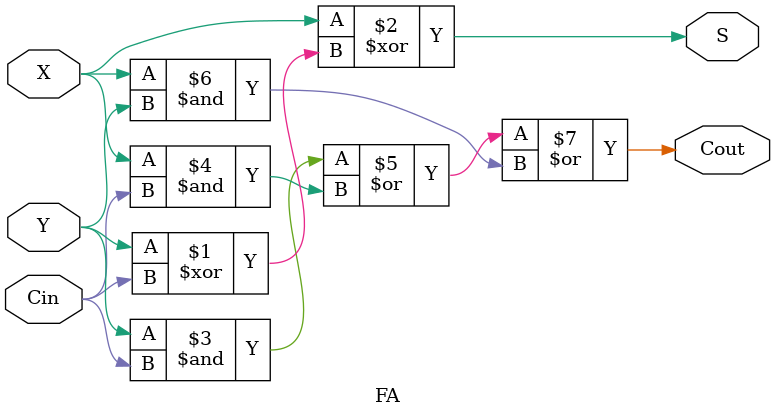
<source format=v>
module FA (Cin,X,Y,S,Cout);
input Cin,X,Y;
output Cout,S;
assign S = X ^ (Y ^ Cin);
assign Cout = (Y & Cin) | (X & Cin) | (X & Y);
endmodule

</source>
